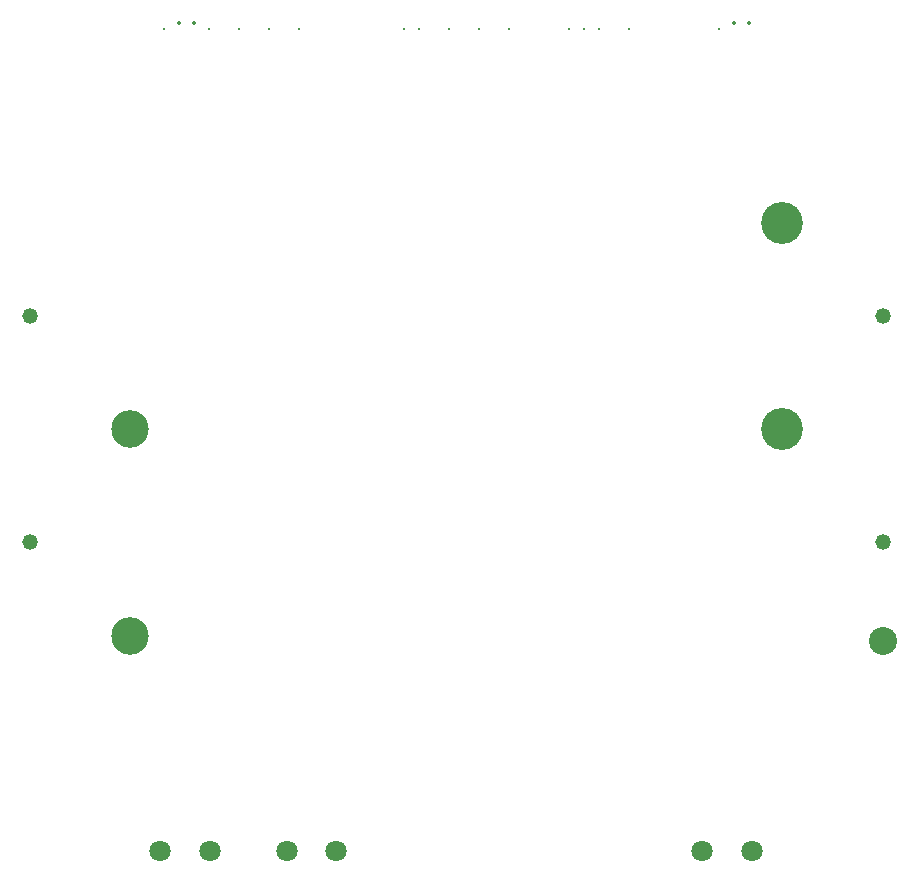
<source format=gbr>
%TF.GenerationSoftware,Altium Limited,Altium Designer,22.11.1 (43)*%
G04 Layer_Color=0*
%FSLAX45Y45*%
%MOMM*%
%TF.SameCoordinates,CC3570FD-A2D7-4FBA-AFAC-830B96578B4B*%
%TF.FilePolarity,Positive*%
%TF.FileFunction,Plated,1,2,PTH,Drill*%
%TF.Part,Single*%
G01*
G75*
%TA.AperFunction,ComponentDrill*%
%ADD40C,1.80000*%
%ADD41C,1.32000*%
%ADD42C,2.38000*%
%ADD43C,3.55000*%
%ADD44C,3.18000*%
%TA.AperFunction,ViaDrill,NotFilled*%
%ADD45C,0.25400*%
%ADD46C,0.35600*%
D40*
X7298500Y2450000D02*
D03*
X6878500D02*
D03*
X3780000D02*
D03*
X3360000D02*
D03*
X2710000D02*
D03*
X2290000D02*
D03*
D41*
X8405250Y6979000D02*
D03*
Y5066000D02*
D03*
X1183250Y6979000D02*
D03*
Y5066000D02*
D03*
D42*
X8405250Y4229000D02*
D03*
D43*
X7554250Y7771000D02*
D03*
Y6024000D02*
D03*
D44*
X2034250Y4271000D02*
D03*
Y6024000D02*
D03*
D45*
X7016700Y9410000D02*
D03*
X6254700D02*
D03*
X6000700D02*
D03*
X5873700D02*
D03*
X5746700D02*
D03*
X5238700D02*
D03*
X4984700D02*
D03*
X4730700D02*
D03*
X4476700D02*
D03*
X4349700D02*
D03*
X3460700D02*
D03*
X3206700D02*
D03*
X2952700D02*
D03*
X2698700D02*
D03*
X2317700D02*
D03*
D46*
X2444700Y9460000D02*
D03*
X2571700D02*
D03*
X7270700D02*
D03*
X7143700D02*
D03*
%TF.MD5,ddd855d38ac84397b87c4362e5987f54*%
M02*

</source>
